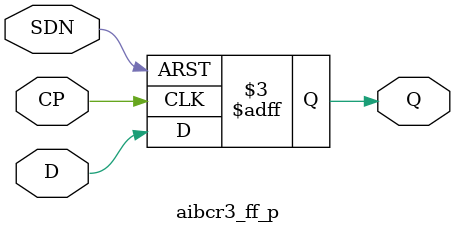
<source format=v>

module aibcr3_ff_p ( 
	input wire CP,
	input wire SDN,
	input wire D,
	output reg Q
);

always@(posedge CP or negedge SDN) begin
	if (!SDN) begin
		Q <= 1'b1;
	end
	else begin
		Q <= D;
	end
end
endmodule




</source>
